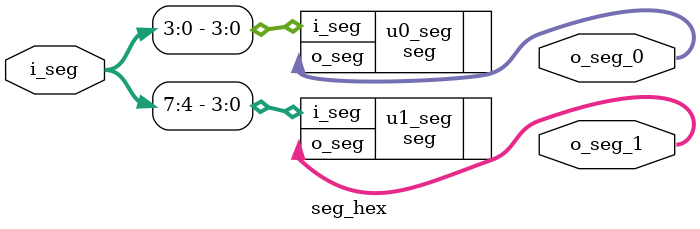
<source format=v>
module seg_hex(
    input [7:0] i_seg,
    output [7:0] o_seg_0,o_seg_1
);
   

    seg u0_seg(.i_seg(i_seg[3:0]), .o_seg(o_seg_0));
    seg u1_seg(.i_seg(i_seg[7:4]), .o_seg(o_seg_1));
endmodule

</source>
